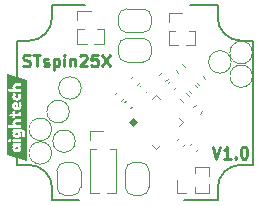
<source format=gbr>
%TF.GenerationSoftware,KiCad,Pcbnew,7.0.2-6a45011f42~172~ubuntu22.04.1*%
%TF.CreationDate,2023-05-25T16:12:51+01:00*%
%TF.ProjectId,module_stspin250,6d6f6475-6c65-45f7-9374-7370696e3235,rev?*%
%TF.SameCoordinates,Original*%
%TF.FileFunction,Legend,Top*%
%TF.FilePolarity,Positive*%
%FSLAX46Y46*%
G04 Gerber Fmt 4.6, Leading zero omitted, Abs format (unit mm)*
G04 Created by KiCad (PCBNEW 7.0.2-6a45011f42~172~ubuntu22.04.1) date 2023-05-25 16:12:51*
%MOMM*%
%LPD*%
G01*
G04 APERTURE LIST*
G04 Aperture macros list*
%AMRoundRect*
0 Rectangle with rounded corners*
0 $1 Rounding radius*
0 $2 $3 $4 $5 $6 $7 $8 $9 X,Y pos of 4 corners*
0 Add a 4 corners polygon primitive as box body*
4,1,4,$2,$3,$4,$5,$6,$7,$8,$9,$2,$3,0*
0 Add four circle primitives for the rounded corners*
1,1,$1+$1,$2,$3*
1,1,$1+$1,$4,$5*
1,1,$1+$1,$6,$7*
1,1,$1+$1,$8,$9*
0 Add four rect primitives between the rounded corners*
20,1,$1+$1,$2,$3,$4,$5,0*
20,1,$1+$1,$4,$5,$6,$7,0*
20,1,$1+$1,$6,$7,$8,$9,0*
20,1,$1+$1,$8,$9,$2,$3,0*%
%AMRotRect*
0 Rectangle, with rotation*
0 The origin of the aperture is its center*
0 $1 length*
0 $2 width*
0 $3 Rotation angle, in degrees counterclockwise*
0 Add horizontal line*
21,1,$1,$2,0,0,$3*%
%AMFreePoly0*
4,1,19,0.500000,-0.750000,0.000000,-0.750000,0.000000,-0.744911,-0.071157,-0.744911,-0.207708,-0.704816,-0.327430,-0.627875,-0.420627,-0.520320,-0.479746,-0.390866,-0.500000,-0.250000,-0.500000,0.250000,-0.479746,0.390866,-0.420627,0.520320,-0.327430,0.627875,-0.207708,0.704816,-0.071157,0.744911,0.000000,0.744911,0.000000,0.750000,0.500000,0.750000,0.500000,-0.750000,0.500000,-0.750000,
$1*%
%AMFreePoly1*
4,1,19,0.000000,0.744911,0.071157,0.744911,0.207708,0.704816,0.327430,0.627875,0.420627,0.520320,0.479746,0.390866,0.500000,0.250000,0.500000,-0.250000,0.479746,-0.390866,0.420627,-0.520320,0.327430,-0.627875,0.207708,-0.704816,0.071157,-0.744911,0.000000,-0.744911,0.000000,-0.750000,-0.500000,-0.750000,-0.500000,0.750000,0.000000,0.750000,0.000000,0.744911,0.000000,0.744911,
$1*%
G04 Aperture macros list end*
%ADD10C,0.150000*%
%ADD11C,0.038100*%
%ADD12C,0.152400*%
%ADD13C,0.250000*%
%ADD14C,0.120000*%
%ADD15R,1.000000X1.000000*%
%ADD16O,1.000000X1.000000*%
%ADD17RoundRect,0.135000X0.226274X0.035355X0.035355X0.226274X-0.226274X-0.035355X-0.035355X-0.226274X0*%
%ADD18FreePoly0,0.000000*%
%ADD19FreePoly1,0.000000*%
%ADD20RoundRect,0.135000X0.035355X-0.226274X0.226274X-0.035355X-0.035355X0.226274X-0.226274X0.035355X0*%
%ADD21C,1.800000*%
%ADD22RoundRect,0.140000X-0.021213X0.219203X-0.219203X0.021213X0.021213X-0.219203X0.219203X-0.021213X0*%
%ADD23C,1.000000*%
%ADD24FreePoly0,270.000000*%
%ADD25FreePoly1,270.000000*%
%ADD26RoundRect,0.140000X0.021213X-0.219203X0.219203X-0.021213X-0.021213X0.219203X-0.219203X0.021213X0*%
%ADD27C,2.000000*%
%ADD28RoundRect,0.135000X-0.226274X-0.035355X-0.035355X-0.226274X0.226274X0.035355X0.035355X0.226274X0*%
%ADD29RoundRect,0.062500X-0.185616X-0.274004X0.274004X0.185616X0.185616X0.274004X-0.274004X-0.185616X0*%
%ADD30RoundRect,0.062500X0.185616X-0.274004X0.274004X-0.185616X-0.185616X0.274004X-0.274004X0.185616X0*%
%ADD31RotRect,1.800000X1.800000X45.000000*%
%ADD32RoundRect,0.140000X-0.219203X-0.021213X-0.021213X-0.219203X0.219203X0.021213X0.021213X0.219203X0*%
%ADD33RoundRect,0.135000X-0.035355X0.226274X-0.226274X0.035355X0.035355X-0.226274X0.226274X-0.035355X0*%
G04 APERTURE END LIST*
D10*
X1000001Y4700000D02*
X1000000Y4000001D01*
D11*
X20950000Y13500000D02*
G75*
G03*
X20950000Y13500000I-950000J0D01*
G01*
X6450000Y10500000D02*
G75*
G03*
X6450000Y10500000I-950000J0D01*
G01*
D10*
X6300000Y1000000D02*
X4000000Y1000000D01*
X20000000Y4000000D02*
X21000000Y3999999D01*
D11*
X3950000Y5000000D02*
G75*
G03*
X3950000Y5000000I-950000J0D01*
G01*
D10*
X17999999Y16500001D02*
X18000000Y17500001D01*
X1999999Y14500001D02*
X999999Y14500002D01*
D11*
X20950000Y11500000D02*
G75*
G03*
X20950000Y11500000I-950000J0D01*
G01*
D12*
X1999999Y14500001D02*
G75*
G03*
X3999999Y16500001I1J1999999D01*
G01*
D10*
X18000000Y2000000D02*
X17999999Y1000000D01*
D12*
X20000000Y4000000D02*
G75*
G03*
X18000000Y2000000I0J-2000000D01*
G01*
D10*
X20999999Y14500000D02*
X21000000Y3999999D01*
D11*
X5450000Y8500001D02*
G75*
G03*
X5450000Y8500001I-950000J0D01*
G01*
D12*
X4000000Y2000000D02*
G75*
G03*
X2000000Y4000000I-2000000J0D01*
G01*
X18000001Y16500001D02*
G75*
G03*
X19999999Y14500001I1999999J-1D01*
G01*
D10*
X2000000Y4000000D02*
X1000000Y4000001D01*
D11*
X19150000Y12710000D02*
G75*
G03*
X19150000Y12710000I-950000J0D01*
G01*
X5950000Y6000000D02*
G75*
G03*
X5950000Y6000000I-950000J0D01*
G01*
D10*
X4000000Y1000000D02*
X4000000Y2000000D01*
X3999999Y16500001D02*
X4000000Y17500001D01*
X15700000Y17500001D02*
X18000000Y17500001D01*
X19999999Y14500001D02*
X20999999Y14500000D01*
X15200000Y1000000D02*
X17999999Y1000000D01*
D11*
X3950000Y7000000D02*
G75*
G03*
X3950000Y7000000I-950000J0D01*
G01*
D10*
X999999Y14500002D02*
X1000001Y11300000D01*
X6800000Y17500000D02*
X4000000Y17500001D01*
D13*
X1557143Y12370000D02*
X1700000Y12322381D01*
X1700000Y12322381D02*
X1938095Y12322381D01*
X1938095Y12322381D02*
X2033333Y12370000D01*
X2033333Y12370000D02*
X2080952Y12417620D01*
X2080952Y12417620D02*
X2128571Y12512858D01*
X2128571Y12512858D02*
X2128571Y12608096D01*
X2128571Y12608096D02*
X2080952Y12703334D01*
X2080952Y12703334D02*
X2033333Y12750953D01*
X2033333Y12750953D02*
X1938095Y12798572D01*
X1938095Y12798572D02*
X1747619Y12846191D01*
X1747619Y12846191D02*
X1652381Y12893810D01*
X1652381Y12893810D02*
X1604762Y12941429D01*
X1604762Y12941429D02*
X1557143Y13036667D01*
X1557143Y13036667D02*
X1557143Y13131905D01*
X1557143Y13131905D02*
X1604762Y13227143D01*
X1604762Y13227143D02*
X1652381Y13274762D01*
X1652381Y13274762D02*
X1747619Y13322381D01*
X1747619Y13322381D02*
X1985714Y13322381D01*
X1985714Y13322381D02*
X2128571Y13274762D01*
X2414286Y13322381D02*
X2985714Y13322381D01*
X2700000Y12322381D02*
X2700000Y13322381D01*
X3271429Y12370000D02*
X3366667Y12322381D01*
X3366667Y12322381D02*
X3557143Y12322381D01*
X3557143Y12322381D02*
X3652381Y12370000D01*
X3652381Y12370000D02*
X3700000Y12465239D01*
X3700000Y12465239D02*
X3700000Y12512858D01*
X3700000Y12512858D02*
X3652381Y12608096D01*
X3652381Y12608096D02*
X3557143Y12655715D01*
X3557143Y12655715D02*
X3414286Y12655715D01*
X3414286Y12655715D02*
X3319048Y12703334D01*
X3319048Y12703334D02*
X3271429Y12798572D01*
X3271429Y12798572D02*
X3271429Y12846191D01*
X3271429Y12846191D02*
X3319048Y12941429D01*
X3319048Y12941429D02*
X3414286Y12989048D01*
X3414286Y12989048D02*
X3557143Y12989048D01*
X3557143Y12989048D02*
X3652381Y12941429D01*
X4128572Y12989048D02*
X4128572Y11989048D01*
X4128572Y12941429D02*
X4223810Y12989048D01*
X4223810Y12989048D02*
X4414286Y12989048D01*
X4414286Y12989048D02*
X4509524Y12941429D01*
X4509524Y12941429D02*
X4557143Y12893810D01*
X4557143Y12893810D02*
X4604762Y12798572D01*
X4604762Y12798572D02*
X4604762Y12512858D01*
X4604762Y12512858D02*
X4557143Y12417620D01*
X4557143Y12417620D02*
X4509524Y12370000D01*
X4509524Y12370000D02*
X4414286Y12322381D01*
X4414286Y12322381D02*
X4223810Y12322381D01*
X4223810Y12322381D02*
X4128572Y12370000D01*
X5033334Y12322381D02*
X5033334Y12989048D01*
X5033334Y13322381D02*
X4985715Y13274762D01*
X4985715Y13274762D02*
X5033334Y13227143D01*
X5033334Y13227143D02*
X5080953Y13274762D01*
X5080953Y13274762D02*
X5033334Y13322381D01*
X5033334Y13322381D02*
X5033334Y13227143D01*
X5509524Y12989048D02*
X5509524Y12322381D01*
X5509524Y12893810D02*
X5557143Y12941429D01*
X5557143Y12941429D02*
X5652381Y12989048D01*
X5652381Y12989048D02*
X5795238Y12989048D01*
X5795238Y12989048D02*
X5890476Y12941429D01*
X5890476Y12941429D02*
X5938095Y12846191D01*
X5938095Y12846191D02*
X5938095Y12322381D01*
X6366667Y13227143D02*
X6414286Y13274762D01*
X6414286Y13274762D02*
X6509524Y13322381D01*
X6509524Y13322381D02*
X6747619Y13322381D01*
X6747619Y13322381D02*
X6842857Y13274762D01*
X6842857Y13274762D02*
X6890476Y13227143D01*
X6890476Y13227143D02*
X6938095Y13131905D01*
X6938095Y13131905D02*
X6938095Y13036667D01*
X6938095Y13036667D02*
X6890476Y12893810D01*
X6890476Y12893810D02*
X6319048Y12322381D01*
X6319048Y12322381D02*
X6938095Y12322381D01*
X7842857Y13322381D02*
X7366667Y13322381D01*
X7366667Y13322381D02*
X7319048Y12846191D01*
X7319048Y12846191D02*
X7366667Y12893810D01*
X7366667Y12893810D02*
X7461905Y12941429D01*
X7461905Y12941429D02*
X7700000Y12941429D01*
X7700000Y12941429D02*
X7795238Y12893810D01*
X7795238Y12893810D02*
X7842857Y12846191D01*
X7842857Y12846191D02*
X7890476Y12750953D01*
X7890476Y12750953D02*
X7890476Y12512858D01*
X7890476Y12512858D02*
X7842857Y12417620D01*
X7842857Y12417620D02*
X7795238Y12370000D01*
X7795238Y12370000D02*
X7700000Y12322381D01*
X7700000Y12322381D02*
X7461905Y12322381D01*
X7461905Y12322381D02*
X7366667Y12370000D01*
X7366667Y12370000D02*
X7319048Y12417620D01*
X8223810Y13322381D02*
X8890476Y12322381D01*
X8890476Y13322381D02*
X8223810Y12322381D01*
X17576191Y5522381D02*
X17909524Y4522381D01*
X17909524Y4522381D02*
X18242857Y5522381D01*
X19100000Y4522381D02*
X18528572Y4522381D01*
X18814286Y4522381D02*
X18814286Y5522381D01*
X18814286Y5522381D02*
X18719048Y5379524D01*
X18719048Y5379524D02*
X18623810Y5284286D01*
X18623810Y5284286D02*
X18528572Y5236667D01*
X19528572Y4617620D02*
X19576191Y4570000D01*
X19576191Y4570000D02*
X19528572Y4522381D01*
X19528572Y4522381D02*
X19480953Y4570000D01*
X19480953Y4570000D02*
X19528572Y4617620D01*
X19528572Y4617620D02*
X19528572Y4522381D01*
X20195238Y5522381D02*
X20290476Y5522381D01*
X20290476Y5522381D02*
X20385714Y5474762D01*
X20385714Y5474762D02*
X20433333Y5427143D01*
X20433333Y5427143D02*
X20480952Y5331905D01*
X20480952Y5331905D02*
X20528571Y5141429D01*
X20528571Y5141429D02*
X20528571Y4903334D01*
X20528571Y4903334D02*
X20480952Y4712858D01*
X20480952Y4712858D02*
X20433333Y4617620D01*
X20433333Y4617620D02*
X20385714Y4570000D01*
X20385714Y4570000D02*
X20290476Y4522381D01*
X20290476Y4522381D02*
X20195238Y4522381D01*
X20195238Y4522381D02*
X20100000Y4570000D01*
X20100000Y4570000D02*
X20052381Y4617620D01*
X20052381Y4617620D02*
X20004762Y4712858D01*
X20004762Y4712858D02*
X19957143Y4903334D01*
X19957143Y4903334D02*
X19957143Y5141429D01*
X19957143Y5141429D02*
X20004762Y5331905D01*
X20004762Y5331905D02*
X20052381Y5427143D01*
X20052381Y5427143D02*
X20100000Y5474762D01*
X20100000Y5474762D02*
X20195238Y5522381D01*
D14*
%TO.C,J4*%
X14590000Y1590000D02*
X14590000Y2700000D01*
X15350000Y1590000D02*
X14590000Y1590000D01*
X16110000Y1590000D02*
X17315000Y1590000D01*
X16110000Y1590000D02*
X16110000Y2136529D01*
X17315000Y1590000D02*
X17315000Y2392470D01*
X17315000Y3007530D02*
X17315000Y3810000D01*
X16110000Y3263471D02*
X16110000Y3810000D01*
X16110000Y3810000D02*
X17315000Y3810000D01*
%TO.C,R4*%
X14681711Y11768593D02*
X14464430Y11985874D01*
X15219112Y12305994D02*
X15001831Y12523275D01*
%TO.C,JP2*%
X9600000Y13400000D02*
X9600000Y14000000D01*
X10300000Y14700000D02*
X11700000Y14700000D01*
X11700000Y12700000D02*
X10300000Y12700000D01*
X12400000Y14000000D02*
X12400000Y13400000D01*
X10300000Y14700000D02*
G75*
G03*
X9600000Y14000000I-1J-699999D01*
G01*
X9600000Y13400000D02*
G75*
G03*
X10300000Y12700000I699999J-1D01*
G01*
X12400000Y14000000D02*
G75*
G03*
X11700000Y14700000I-700000J0D01*
G01*
X11700000Y12700000D02*
G75*
G03*
X12400000Y13400000I0J700000D01*
G01*
%TO.C,R5*%
X9302550Y9972542D02*
X9519831Y10189823D01*
X9839951Y9435141D02*
X10057232Y9652422D01*
%TO.C,JP1*%
X9600000Y15900000D02*
X9600000Y16500000D01*
X10300000Y17200000D02*
X11700000Y17200000D01*
X11700000Y15200000D02*
X10300000Y15200000D01*
X12400000Y16500000D02*
X12400000Y15900000D01*
X10300000Y17200000D02*
G75*
G03*
X9600000Y16500000I-1J-699999D01*
G01*
X9600000Y15900000D02*
G75*
G03*
X10300000Y15200000I699999J-1D01*
G01*
X12400000Y16500000D02*
G75*
G03*
X11700000Y17200000I-700000J0D01*
G01*
X11700000Y15200000D02*
G75*
G03*
X12400000Y15900000I0J700000D01*
G01*
%TO.C,C4*%
X15230810Y5721693D02*
X15078307Y5569190D01*
X14721693Y6230810D02*
X14569190Y6078307D01*
%TO.C,R1*%
X16439940Y10722659D02*
X16222659Y10939940D01*
X16977341Y11260060D02*
X16760060Y11477341D01*
%TO.C,TP12*%
X6200000Y10500000D02*
G75*
G03*
X6200000Y10500000I-700000J0D01*
G01*
%TO.C,R3*%
X13050216Y11598887D02*
X13267497Y11816168D01*
X13587617Y11061486D02*
X13804898Y11278767D01*
%TO.C,TP10*%
X3700000Y5000000D02*
G75*
G03*
X3700000Y5000000I-700000J0D01*
G01*
%TO.C,R2*%
X15942283Y8848242D02*
X16159564Y9065523D01*
X16479684Y8310841D02*
X16696965Y8528122D01*
%TO.C,JP4*%
X10900000Y4200000D02*
X11500000Y4200000D01*
X12200000Y3500000D02*
X12200000Y2100000D01*
X10200000Y2100000D02*
X10200000Y3500000D01*
X11500000Y1400000D02*
X10900000Y1400000D01*
X12200000Y3500000D02*
G75*
G03*
X11500000Y4200000I-699999J1D01*
G01*
X10900000Y4200000D02*
G75*
G03*
X10200000Y3500000I-1J-699999D01*
G01*
X11500000Y1400000D02*
G75*
G03*
X12200000Y2100000I0J700000D01*
G01*
X10200000Y2100000D02*
G75*
G03*
X10900000Y1400000I700000J0D01*
G01*
%TO.C,kibuzzard-63F61033*%
G36*
X965711Y9060132D02*
G01*
X965711Y8880110D01*
X884987Y8925830D01*
X847125Y9017984D01*
X867127Y9089422D01*
X919991Y9114425D01*
X965711Y9060132D01*
G37*
G36*
X1098585Y5521833D02*
G01*
X1137161Y5433965D01*
X1099299Y5343954D01*
X1014288Y5306806D01*
X927135Y5341811D01*
X887130Y5433251D01*
X927135Y5523262D01*
X1013574Y5556838D01*
X1098585Y5521833D01*
G37*
G36*
X1086440Y6728413D02*
G01*
X1124302Y6641973D01*
X1087155Y6553391D01*
X1003573Y6516958D01*
X918562Y6551248D01*
X879986Y6641259D01*
X919277Y6729841D01*
X1003573Y6762703D01*
X1086440Y6728413D01*
G37*
G36*
X1833439Y9821656D02*
G01*
X1833439Y9020127D01*
X1833439Y8392906D01*
X1833439Y7754255D01*
X1833439Y6644116D01*
X1833439Y6054043D01*
X1833439Y5703284D01*
X1833439Y5056775D01*
X1833439Y4818650D01*
X1833439Y4318588D01*
X166563Y4818650D01*
X166563Y5056775D01*
X166563Y5679710D01*
X637098Y5679710D01*
X657101Y5599343D01*
X717108Y5566839D01*
X687819Y5541121D01*
X655672Y5485400D01*
X638527Y5396818D01*
X650989Y5314347D01*
X688375Y5236480D01*
X750684Y5163217D01*
X829583Y5104083D01*
X916737Y5068602D01*
X1012145Y5056775D01*
X1107633Y5068523D01*
X1195025Y5103765D01*
X1274321Y5162503D01*
X1337027Y5234972D01*
X1374651Y5311410D01*
X1387192Y5391817D01*
X1368261Y5497723D01*
X1311468Y5568268D01*
X1367904Y5598986D01*
X1387192Y5703284D01*
X1377905Y5766685D01*
X1350045Y5801154D01*
X1312183Y5813298D01*
X1262891Y5815441D01*
X762828Y5815441D01*
X713537Y5813298D01*
X675675Y5800439D01*
X645671Y5762578D01*
X637098Y5679710D01*
X166563Y5679710D01*
X166563Y6055471D01*
X285626Y6055471D01*
X295270Y5981891D01*
X324202Y5944029D01*
X360635Y5931884D01*
X409927Y5929741D01*
X459219Y5931884D01*
X497081Y5944743D01*
X527085Y5982605D01*
X535657Y6054757D01*
X535572Y6055471D01*
X638527Y6055471D01*
X638617Y6054757D01*
X647814Y5981891D01*
X675675Y5944029D01*
X713537Y5931884D01*
X762828Y5929741D01*
X1264320Y5929741D01*
X1314326Y5931884D01*
X1351474Y5944029D01*
X1380406Y5981533D01*
X1390050Y6054043D01*
X1380763Y6127266D01*
X1352902Y6164056D01*
X1315040Y6177629D01*
X1265748Y6179773D01*
X765686Y6179773D01*
X724252Y6178344D01*
X662816Y6152626D01*
X638527Y6055471D01*
X535572Y6055471D01*
X527085Y6126909D01*
X497795Y6164771D01*
X460648Y6177629D01*
X411356Y6179773D01*
X362064Y6177629D01*
X324202Y6164056D01*
X295270Y6127623D01*
X285626Y6055471D01*
X166563Y6055471D01*
X166563Y6882718D01*
X634241Y6882718D01*
X654958Y6801993D01*
X715680Y6772704D01*
X687819Y6749129D01*
X654958Y6694123D01*
X637098Y6605540D01*
X649322Y6524895D01*
X685993Y6448695D01*
X747112Y6376940D01*
X824423Y6318996D01*
X909672Y6284230D01*
X1002858Y6272641D01*
X1095965Y6284151D01*
X1180976Y6318679D01*
X1257890Y6376226D01*
X1318612Y6446949D01*
X1355045Y6521006D01*
X1367190Y6598396D01*
X1349330Y6700909D01*
X1295752Y6771275D01*
X1338615Y6771275D01*
X1441485Y6736985D01*
X1484347Y6648403D01*
X1471131Y6571250D01*
X1431484Y6499813D01*
X1414339Y6458379D01*
X1425769Y6423374D01*
X1467202Y6381226D01*
X1565786Y6338364D01*
X1611149Y6363010D01*
X1661512Y6436948D01*
X1701160Y6538032D01*
X1714376Y6644116D01*
X1703184Y6736191D01*
X1669609Y6821916D01*
X1613649Y6901291D01*
X1539434Y6964791D01*
X1451089Y7002891D01*
X1348616Y7015591D01*
X757113Y7015591D01*
X708536Y7013448D01*
X672103Y7000589D01*
X642813Y6964156D01*
X634241Y6882718D01*
X166563Y6882718D01*
X166563Y7255621D01*
X285626Y7255621D01*
X295270Y7182041D01*
X324202Y7144179D01*
X360635Y7132034D01*
X409927Y7129891D01*
X1264320Y7129891D01*
X1314326Y7132034D01*
X1351474Y7144179D01*
X1380406Y7181683D01*
X1390050Y7254193D01*
X1380763Y7327416D01*
X1352902Y7364206D01*
X1315040Y7377779D01*
X1265748Y7379923D01*
X988571Y7379923D01*
X919277Y7424214D01*
X888558Y7513511D01*
X921420Y7597093D01*
X1012860Y7629954D01*
X1262891Y7629954D01*
X1314326Y7632097D01*
X1352902Y7645670D01*
X1380763Y7683532D01*
X1390050Y7754255D01*
X1380763Y7827478D01*
X1352902Y7864269D01*
X1315040Y7877842D01*
X1265748Y7879985D01*
X1014288Y7879985D01*
X914911Y7869428D01*
X826328Y7837758D01*
X748541Y7784973D01*
X688216Y7716314D01*
X652021Y7637018D01*
X639956Y7547086D01*
X661744Y7457432D01*
X727110Y7379923D01*
X411356Y7379923D01*
X362064Y7377779D01*
X324202Y7364206D01*
X295270Y7327773D01*
X285626Y7255621D01*
X166563Y7255621D01*
X166563Y8215741D01*
X379923Y8215741D01*
X388853Y8142518D01*
X415642Y8105728D01*
X449932Y8092154D01*
X498510Y8090011D01*
X645671Y8090011D01*
X639956Y8042863D01*
X658530Y7985713D01*
X696392Y7965710D01*
X781402Y7958566D01*
X864270Y7979283D01*
X888558Y8031433D01*
X884272Y8090011D01*
X1095727Y8090011D01*
X1192089Y8098584D01*
X1267812Y8124301D01*
X1322898Y8167164D01*
X1360205Y8226536D01*
X1382588Y8301784D01*
X1390050Y8392906D01*
X1387907Y8440769D01*
X1375762Y8478631D01*
X1338258Y8508635D01*
X1265748Y8518636D01*
X1170022Y8485775D01*
X1156449Y8447913D01*
X1154306Y8396478D01*
X1137161Y8350758D01*
X1081440Y8338614D01*
X884272Y8338614D01*
X889987Y8431483D01*
X887844Y8480774D01*
X875700Y8518636D01*
X838195Y8547568D01*
X765686Y8557213D01*
X692463Y8547926D01*
X655672Y8520065D01*
X642099Y8482203D01*
X639956Y8433626D01*
X645671Y8338614D01*
X505653Y8338614D01*
X432787Y8331470D01*
X393139Y8293251D01*
X379923Y8215741D01*
X166563Y8215741D01*
X166563Y9021556D01*
X621382Y9021556D01*
X633368Y8911781D01*
X669325Y8814864D01*
X729253Y8730806D01*
X809183Y8666115D01*
X905148Y8627301D01*
X1017146Y8614363D01*
X1109380Y8624364D01*
X1195581Y8654368D01*
X1275750Y8704374D01*
X1329864Y8759202D01*
X1372190Y8832247D01*
X1399515Y8920294D01*
X1408624Y9020127D01*
X1400676Y9153269D01*
X1376834Y9248370D01*
X1337097Y9305431D01*
X1281465Y9324451D01*
X1215742Y9305878D01*
X1151449Y9227296D01*
X1167165Y9170146D01*
X1172880Y9154430D01*
X1185739Y9098352D01*
X1190025Y9024414D01*
X1162879Y8930116D01*
X1095727Y8882967D01*
X1095727Y9221581D01*
X1053579Y9318022D01*
X1000001Y9350705D01*
X923563Y9361599D01*
X839088Y9349454D01*
X761400Y9313021D01*
X700142Y9259979D01*
X656387Y9193721D01*
X630133Y9114246D01*
X621382Y9021556D01*
X166563Y9021556D01*
X166563Y9818799D01*
X628526Y9818799D01*
X639003Y9731010D01*
X670436Y9646714D01*
X722823Y9565910D01*
X775866Y9512689D01*
X843553Y9470184D01*
X922849Y9442323D01*
X1010717Y9433036D01*
X1098942Y9442323D01*
X1179309Y9470184D01*
X1248068Y9512689D01*
X1301467Y9565910D01*
X1354649Y9648936D01*
X1386557Y9734185D01*
X1397194Y9821656D01*
X1382906Y9930956D01*
X1340043Y10021681D01*
X1291109Y10080617D01*
X1238602Y10100263D01*
X1164307Y10067401D01*
X1107514Y10010608D01*
X1088583Y9963103D01*
X1115015Y9899523D01*
X1141447Y9815227D01*
X1107872Y9730216D01*
X1013574Y9690211D01*
X918562Y9731645D01*
X884272Y9820942D01*
X908561Y9894523D01*
X939993Y9971675D01*
X920348Y10019895D01*
X861412Y10070259D01*
X779259Y10100263D01*
X714251Y10063115D01*
X687105Y10023110D01*
X672817Y10000250D01*
X643528Y9924526D01*
X628526Y9818799D01*
X166563Y9818799D01*
X166563Y10318861D01*
X285626Y10318861D01*
X295270Y10245281D01*
X324202Y10207419D01*
X360635Y10195274D01*
X409927Y10193131D01*
X1264320Y10193131D01*
X1314326Y10195274D01*
X1351474Y10207419D01*
X1380406Y10244923D01*
X1390050Y10317433D01*
X1380763Y10390656D01*
X1352902Y10427446D01*
X1315040Y10441019D01*
X1265748Y10443162D01*
X988571Y10443162D01*
X919277Y10487454D01*
X888558Y10576751D01*
X921420Y10660332D01*
X1012860Y10693194D01*
X1262891Y10693194D01*
X1314326Y10695337D01*
X1352902Y10708910D01*
X1380763Y10746772D01*
X1390050Y10817495D01*
X1380763Y10890718D01*
X1352902Y10927509D01*
X1315040Y10941082D01*
X1265748Y10943225D01*
X1014288Y10943225D01*
X914911Y10932668D01*
X826328Y10900998D01*
X748541Y10848213D01*
X688216Y10779554D01*
X652021Y10700258D01*
X639956Y10610326D01*
X661744Y10520672D01*
X727110Y10443162D01*
X411356Y10443162D01*
X362064Y10441019D01*
X324202Y10427446D01*
X295270Y10391013D01*
X285626Y10318861D01*
X166563Y10318861D01*
X166563Y10943225D01*
X166563Y11181350D01*
X166563Y11681413D01*
X1833439Y11181350D01*
X1833439Y10943225D01*
X1833439Y10817495D01*
X1833439Y9821656D01*
G37*
%TO.C,C3*%
X11399691Y10627185D02*
X11552194Y10779688D01*
X11908808Y10118068D02*
X12061311Y10270571D01*
%TO.C,JP3*%
X5100000Y4200000D02*
X5700000Y4200000D01*
X6400000Y3500000D02*
X6400000Y2100000D01*
X4400000Y2100000D02*
X4400000Y3500000D01*
X5700000Y1400000D02*
X5100000Y1400000D01*
X6400000Y3500000D02*
G75*
G03*
X5700000Y4200000I-699999J1D01*
G01*
X5100000Y4200000D02*
G75*
G03*
X4400000Y3500000I-1J-699999D01*
G01*
X5700000Y1400000D02*
G75*
G03*
X6400000Y2100000I0J700000D01*
G01*
X4400000Y2100000D02*
G75*
G03*
X5100000Y1400000I700000J0D01*
G01*
%TO.C,J1*%
X13890000Y16860000D02*
X15000000Y16860000D01*
X13890000Y16100000D02*
X13890000Y16860000D01*
X13890000Y15340000D02*
X13890000Y14135000D01*
X13890000Y15340000D02*
X14436529Y15340000D01*
X13890000Y14135000D02*
X14692470Y14135000D01*
X15307530Y14135000D02*
X16110000Y14135000D01*
X15563471Y15340000D02*
X16110000Y15340000D01*
X16110000Y15340000D02*
X16110000Y14135000D01*
%TO.C,R7*%
X15360060Y10077341D02*
X15577341Y9860060D01*
X14822659Y9539940D02*
X15039940Y9322659D01*
%TO.C,J3*%
X7190000Y6860000D02*
X8300000Y6860000D01*
X7190000Y6100000D02*
X7190000Y6860000D01*
X7190000Y5340000D02*
X7190000Y1595000D01*
X7190000Y5340000D02*
X7736529Y5340000D01*
X7190000Y1595000D02*
X7992470Y1595000D01*
X8607530Y1595000D02*
X9410000Y1595000D01*
X8863471Y5340000D02*
X9410000Y5340000D01*
X9410000Y5340000D02*
X9410000Y1595000D01*
%TO.C,U1*%
X12800000Y5323116D02*
X12464124Y5658992D01*
X13135876Y5658992D02*
X12800000Y5323116D01*
X12464124Y9541008D02*
X12800000Y9876884D01*
X14741008Y7264124D02*
X15076884Y7600000D01*
X12800000Y9876884D02*
X13135876Y9541008D01*
X15076884Y7600000D02*
X14741008Y7935876D01*
X10523116Y7600000D02*
X10858992Y7935876D01*
X10858992Y7935876D02*
X11194868Y7600000D01*
X11194868Y7600000D02*
X10858992Y7264124D01*
X10858992Y7264124D02*
X10523116Y7600000D01*
G36*
X10523116Y7600000D02*
G01*
X10858992Y7935876D01*
X11194868Y7600000D01*
X10858992Y7264124D01*
X10523116Y7600000D01*
G37*
%TO.C,C5*%
X16330810Y5321693D02*
X16178307Y5169190D01*
X15821693Y5830810D02*
X15669190Y5678307D01*
%TO.C,C6*%
X16078307Y10730810D02*
X16230810Y10578307D01*
X15569190Y10221693D02*
X15721693Y10069190D01*
%TO.C,R6*%
X11400735Y10995924D02*
X11183454Y10778643D01*
X10863334Y11533325D02*
X10646053Y11316044D01*
%TO.C,C1*%
X13803854Y10910027D02*
X13956357Y11062530D01*
X14312971Y10400910D02*
X14465474Y10553413D01*
%TO.C,J2*%
X6140000Y16980000D02*
X7250000Y16980000D01*
X6140000Y16220000D02*
X6140000Y16980000D01*
X6140000Y15460000D02*
X6140000Y14255000D01*
X6140000Y15460000D02*
X6686529Y15460000D01*
X6140000Y14255000D02*
X6942470Y14255000D01*
X7557530Y14255000D02*
X8360000Y14255000D01*
X7813471Y15460000D02*
X8360000Y15460000D01*
X8360000Y15460000D02*
X8360000Y14255000D01*
%TO.C,C2*%
X10717808Y8927068D02*
X10565305Y8774565D01*
X10208691Y9436185D02*
X10056188Y9283682D01*
%TD*%
%LPC*%
D15*
%TO.C,J4*%
X15350000Y2700000D03*
D16*
X16620000Y2700000D03*
%TD*%
D17*
%TO.C,R4*%
X15202395Y11785310D03*
X14481147Y12506558D03*
%TD*%
D18*
%TO.C,JP2*%
X10350000Y13700000D03*
D19*
X11650000Y13700000D03*
%TD*%
D20*
%TO.C,R5*%
X9319267Y9451858D03*
X10040515Y10173106D03*
%TD*%
D21*
%TO.C,J5*%
X4500000Y8500000D03*
%TD*%
D18*
%TO.C,JP1*%
X10350000Y16200000D03*
D19*
X11650000Y16200000D03*
%TD*%
D22*
%TO.C,C4*%
X15239411Y6239411D03*
X14560589Y5560589D03*
%TD*%
D21*
%TO.C,J9*%
X20000000Y13500000D03*
%TD*%
%TO.C,J7*%
X5500000Y10500000D03*
%TD*%
D17*
%TO.C,R1*%
X16960624Y10739376D03*
X16239376Y11460624D03*
%TD*%
D23*
%TO.C,TP12*%
X5500000Y10500000D03*
%TD*%
D20*
%TO.C,R3*%
X13066933Y11078203D03*
X13788181Y11799451D03*
%TD*%
D23*
%TO.C,TP10*%
X3000000Y5000000D03*
%TD*%
D21*
%TO.C,J8*%
X3000000Y5000000D03*
%TD*%
D20*
%TO.C,R2*%
X15959000Y8327558D03*
X16680248Y9048806D03*
%TD*%
D24*
%TO.C,JP4*%
X11200000Y3450000D03*
D25*
X11200000Y2150000D03*
%TD*%
D21*
%TO.C,J9*%
X20000000Y11500000D03*
%TD*%
D26*
%TO.C,C3*%
X11391090Y10109467D03*
X12069912Y10788289D03*
%TD*%
D27*
%TO.C,I4*%
X2000000Y16500000D03*
%TD*%
D24*
%TO.C,JP3*%
X5400000Y3450000D03*
D25*
X5400000Y2150000D03*
%TD*%
D15*
%TO.C,J1*%
X15000000Y16100000D03*
D16*
X15000000Y14830000D03*
%TD*%
D28*
%TO.C,R7*%
X14839376Y10060624D03*
X15560624Y9339376D03*
%TD*%
D21*
%TO.C,J10*%
X18200000Y12700000D03*
%TD*%
%TO.C,J11*%
X3000000Y7000000D03*
%TD*%
D27*
%TO.C,I2*%
X20000000Y2000000D03*
%TD*%
D15*
%TO.C,J3*%
X8300000Y6100000D03*
D16*
X8300000Y4830000D03*
X8300000Y3560000D03*
X8300000Y2290000D03*
%TD*%
D29*
%TO.C,U1*%
X11217849Y7078509D03*
X11571402Y6724955D03*
X11924955Y6371402D03*
X12278509Y6017849D03*
D30*
X13321491Y6017849D03*
X13675045Y6371402D03*
X14028598Y6724955D03*
X14382151Y7078509D03*
D29*
X14382151Y8121491D03*
X14028598Y8475045D03*
X13675045Y8828598D03*
X13321491Y9182151D03*
D30*
X12278509Y9182151D03*
X11924955Y8828598D03*
X11571402Y8475045D03*
X11217849Y8121491D03*
D31*
X12800000Y7600000D03*
%TD*%
D22*
%TO.C,C5*%
X16339411Y5839411D03*
X15660589Y5160589D03*
%TD*%
D32*
%TO.C,C6*%
X15560589Y10739411D03*
X16239411Y10060589D03*
%TD*%
D33*
%TO.C,R6*%
X11384018Y11516608D03*
X10662770Y10795360D03*
%TD*%
D26*
%TO.C,C1*%
X13795253Y10392309D03*
X14474075Y11071131D03*
%TD*%
D15*
%TO.C,J2*%
X7250000Y16220000D03*
D16*
X7250000Y14950000D03*
%TD*%
D22*
%TO.C,C2*%
X10726409Y9444786D03*
X10047587Y8765964D03*
%TD*%
D27*
%TO.C,I3*%
X20000000Y16500000D03*
%TD*%
D21*
%TO.C,J6*%
X5000000Y6000000D03*
%TD*%
D27*
%TO.C,I1*%
X2000000Y2000000D03*
%TD*%
%LPD*%
M02*

</source>
